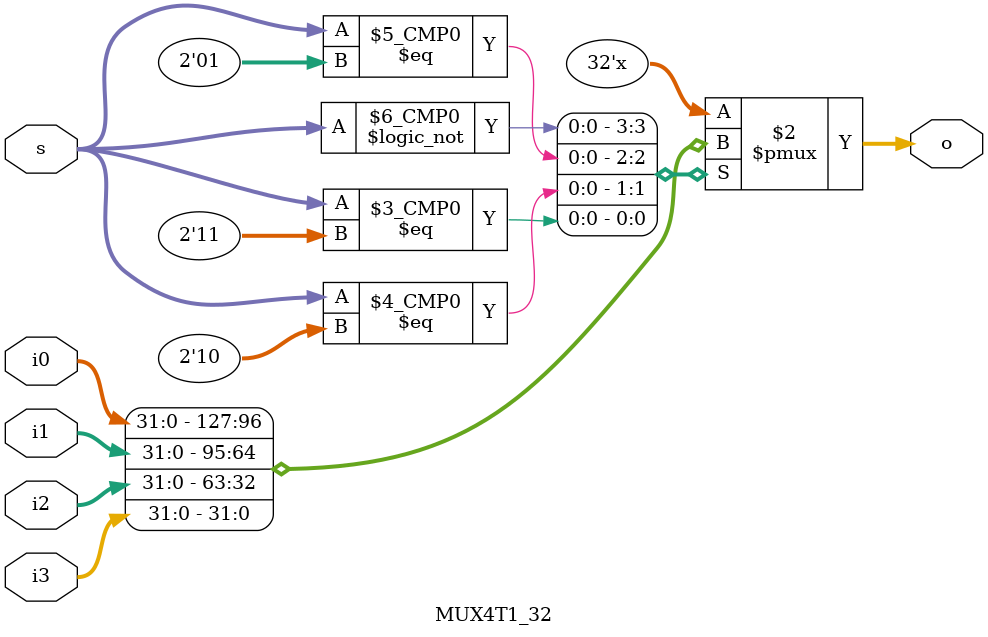
<source format=v>
`timescale 1ns / 1ps


module MUX4T1_32(
    input [31:0] i0,
    input [31:0] i1,
    input [31:0] i2,
    input [31:0] i3,
    input [1:0] s,
    output reg [31:0] o
    );
    
    always @* begin
        case (s[1:0])
            2'b00: o <= i0;
            2'b01: o <= i1;
            2'b10: o <= i2;
            2'b11: o <= i3;
        endcase
    end
endmodule

</source>
